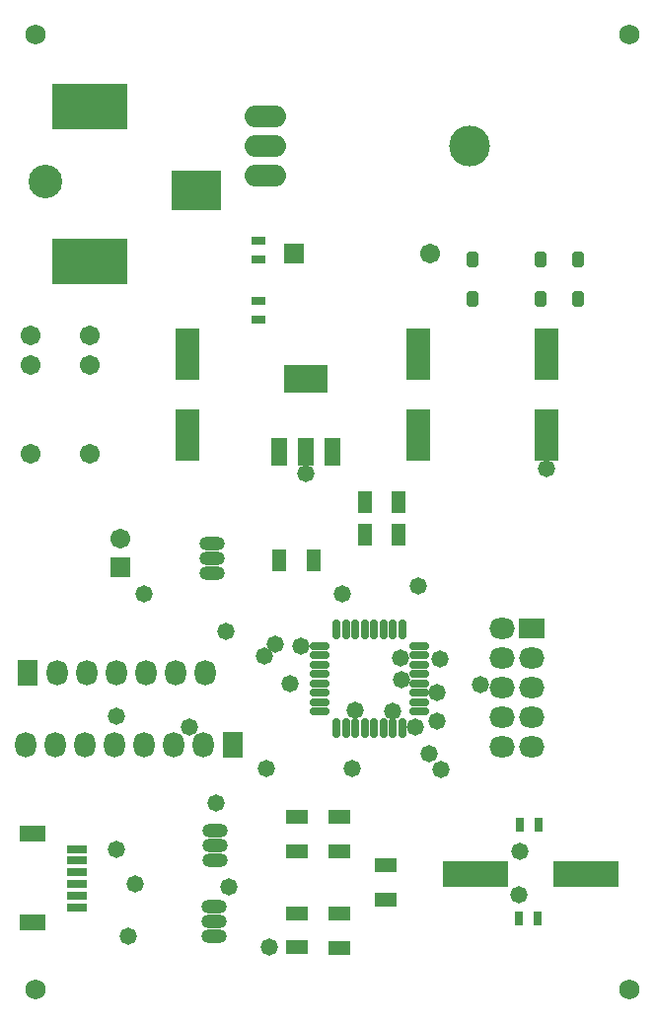
<source format=gts>
G04*
G04 #@! TF.GenerationSoftware,Altium Limited,Altium Designer,20.0.13 (296)*
G04*
G04 Layer_Color=8388736*
%FSLAX25Y25*%
%MOIN*%
G70*
G01*
G75*
%ADD37R,0.04619X0.07611*%
%ADD38O,0.02965X0.06706*%
%ADD39O,0.06706X0.02965*%
%ADD40R,0.07611X0.04619*%
%ADD41R,0.02926X0.04501*%
%ADD42R,0.04501X0.02926*%
%ADD43R,0.25800X0.15800*%
%ADD44R,0.16784X0.13792*%
G04:AMPARAMS|DCode=45|XSize=55.64mil|YSize=36.74mil|CornerRadius=6.59mil|HoleSize=0mil|Usage=FLASHONLY|Rotation=270.000|XOffset=0mil|YOffset=0mil|HoleType=Round|Shape=RoundedRectangle|*
%AMROUNDEDRECTD45*
21,1,0.05564,0.02357,0,0,270.0*
21,1,0.04247,0.03674,0,0,270.0*
1,1,0.01317,-0.01178,-0.02123*
1,1,0.01317,-0.01178,0.02123*
1,1,0.01317,0.01178,0.02123*
1,1,0.01317,0.01178,-0.02123*
%
%ADD45ROUNDEDRECTD45*%
%ADD46R,0.07887X0.17335*%
%ADD47R,0.14973X0.09461*%
%ADD48R,0.05600X0.09600*%
%ADD49R,0.22453X0.08674*%
%ADD50R,0.06902X0.03162*%
%ADD51R,0.08674X0.05524*%
%ADD52O,0.08674X0.04737*%
%ADD53O,0.08674X0.04737*%
%ADD54C,0.06800*%
%ADD55R,0.06737X0.06737*%
%ADD56C,0.06737*%
%ADD57C,0.06706*%
%ADD58R,0.06706X0.06706*%
%ADD59O,0.07099X0.08674*%
%ADD60R,0.07099X0.08674*%
%ADD61C,0.11351*%
%ADD62C,0.13800*%
%ADD63O,0.14000X0.07400*%
%ADD64R,0.08674X0.07099*%
%ADD65O,0.08674X0.07099*%
%ADD66C,0.05800*%
D37*
X121142Y174409D02*
D03*
X132795D02*
D03*
Y163484D02*
D03*
X121142D02*
D03*
X104114Y154882D02*
D03*
X92461D02*
D03*
D38*
X111764Y98150D02*
D03*
X114913D02*
D03*
X118063D02*
D03*
X121213D02*
D03*
X124362D02*
D03*
X127512D02*
D03*
X130661D02*
D03*
X133811D02*
D03*
Y131614D02*
D03*
X130661D02*
D03*
X127512D02*
D03*
X124362D02*
D03*
X121213D02*
D03*
X118063D02*
D03*
X114913D02*
D03*
X111764D02*
D03*
D39*
X139520Y103858D02*
D03*
Y107008D02*
D03*
Y110158D02*
D03*
Y113307D02*
D03*
Y116457D02*
D03*
Y119606D02*
D03*
Y122756D02*
D03*
Y125906D02*
D03*
X106055D02*
D03*
Y122756D02*
D03*
Y119606D02*
D03*
Y116457D02*
D03*
Y113307D02*
D03*
Y110158D02*
D03*
Y107008D02*
D03*
Y103858D02*
D03*
D40*
X112787Y23882D02*
D03*
Y35535D02*
D03*
X98287Y35689D02*
D03*
Y24035D02*
D03*
X112787Y68189D02*
D03*
Y56536D02*
D03*
X98287Y68036D02*
D03*
Y56382D02*
D03*
X128287Y51882D02*
D03*
Y40228D02*
D03*
D41*
X173287Y33882D02*
D03*
X179587D02*
D03*
X173787Y65382D02*
D03*
X180087D02*
D03*
D42*
X85287Y262882D02*
D03*
Y256583D02*
D03*
Y236083D02*
D03*
Y242382D02*
D03*
D43*
X28197Y255720D02*
D03*
Y308043D02*
D03*
D44*
X64181Y279736D02*
D03*
D45*
X157787Y243268D02*
D03*
Y256496D02*
D03*
X180787Y243268D02*
D03*
Y256496D02*
D03*
X193287Y243268D02*
D03*
Y256496D02*
D03*
D46*
X61287Y197299D02*
D03*
Y224465D02*
D03*
X182787Y197299D02*
D03*
Y224465D02*
D03*
X139287Y197299D02*
D03*
Y224465D02*
D03*
D47*
X101287Y216082D02*
D03*
D48*
X110387Y191682D02*
D03*
X101287D02*
D03*
X92187D02*
D03*
D49*
X195988Y48882D02*
D03*
X158587D02*
D03*
D50*
X23909Y57331D02*
D03*
Y53394D02*
D03*
Y49457D02*
D03*
Y45520D02*
D03*
Y41583D02*
D03*
Y37646D02*
D03*
D51*
X9047Y62449D02*
D03*
Y32528D02*
D03*
D52*
X70787Y53382D02*
D03*
Y58382D02*
D03*
X70287Y27882D02*
D03*
Y32882D02*
D03*
X69787Y150382D02*
D03*
Y155382D02*
D03*
D53*
X70787Y63382D02*
D03*
X70287Y37882D02*
D03*
X69787Y160382D02*
D03*
D54*
X210630Y9843D02*
D03*
Y332677D02*
D03*
X9843D02*
D03*
Y9843D02*
D03*
D55*
X38787Y152382D02*
D03*
D56*
Y162224D02*
D03*
D57*
X143220Y258382D02*
D03*
X28287Y190882D02*
D03*
Y220882D02*
D03*
Y230882D02*
D03*
X8287Y190882D02*
D03*
Y220882D02*
D03*
Y230882D02*
D03*
D58*
X97354Y258382D02*
D03*
D59*
X67287Y116882D02*
D03*
X57287D02*
D03*
X47287D02*
D03*
X37287D02*
D03*
X27287D02*
D03*
X17287D02*
D03*
X66787Y92382D02*
D03*
X56787D02*
D03*
X46787D02*
D03*
X36787D02*
D03*
X26787D02*
D03*
X16787D02*
D03*
X6787D02*
D03*
D60*
X7287Y116882D02*
D03*
X76787Y92382D02*
D03*
D61*
X13394Y282728D02*
D03*
D62*
X156787Y294882D02*
D03*
D63*
X87787Y284882D02*
D03*
Y294882D02*
D03*
Y304882D02*
D03*
D64*
X177787Y131882D02*
D03*
D65*
Y121882D02*
D03*
Y111882D02*
D03*
Y101882D02*
D03*
Y91882D02*
D03*
X167787Y131882D02*
D03*
Y121882D02*
D03*
Y111882D02*
D03*
Y101882D02*
D03*
Y91882D02*
D03*
D66*
X75295Y44685D02*
D03*
X146555Y121457D02*
D03*
X133169Y121949D02*
D03*
X130512Y103839D02*
D03*
X101287Y184282D02*
D03*
X139287Y146208D02*
D03*
X118087Y104082D02*
D03*
X173287Y41882D02*
D03*
X74287Y130782D02*
D03*
X41287Y27882D02*
D03*
X182787Y186031D02*
D03*
X138187Y98582D02*
D03*
X173787Y56482D02*
D03*
X160387Y112882D02*
D03*
X96087Y113307D02*
D03*
X147087Y84282D02*
D03*
X37287Y102282D02*
D03*
X87187Y122606D02*
D03*
X62087Y98382D02*
D03*
X133513Y114382D02*
D03*
X37287Y57331D02*
D03*
X43525Y45520D02*
D03*
X70987Y72982D02*
D03*
X145669Y100394D02*
D03*
X143087Y89582D02*
D03*
X145487Y110158D02*
D03*
X46787Y143482D02*
D03*
X113787D02*
D03*
X99487Y125906D02*
D03*
X91087Y126682D02*
D03*
X88834Y24035D02*
D03*
X88087Y84582D02*
D03*
X116887D02*
D03*
M02*

</source>
